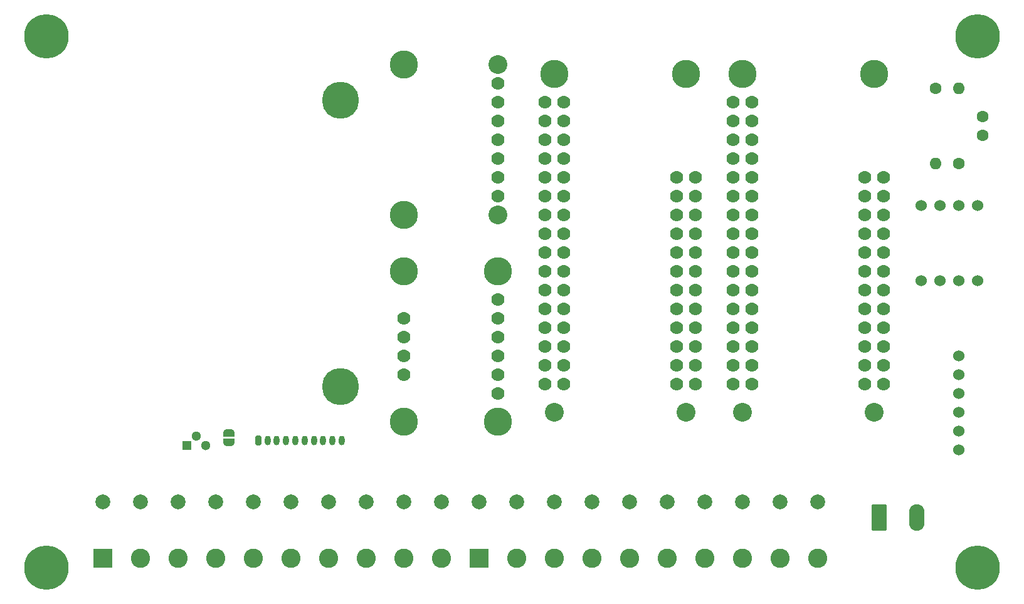
<source format=gbs>
G04 #@! TF.GenerationSoftware,KiCad,Pcbnew,7.0.5-0*
G04 #@! TF.CreationDate,2023-06-10T23:19:27+02:00*
G04 #@! TF.ProjectId,Cryologger AWS,4372796f-6c6f-4676-9765-72204157532e,rev?*
G04 #@! TF.SameCoordinates,Original*
G04 #@! TF.FileFunction,Soldermask,Bot*
G04 #@! TF.FilePolarity,Negative*
%FSLAX46Y46*%
G04 Gerber Fmt 4.6, Leading zero omitted, Abs format (unit mm)*
G04 Created by KiCad (PCBNEW 7.0.5-0) date 2023-06-10 23:19:27*
%MOMM*%
%LPD*%
G01*
G04 APERTURE LIST*
G04 Aperture macros list*
%AMRoundRect*
0 Rectangle with rounded corners*
0 $1 Rounding radius*
0 $2 $3 $4 $5 $6 $7 $8 $9 X,Y pos of 4 corners*
0 Add a 4 corners polygon primitive as box body*
4,1,4,$2,$3,$4,$5,$6,$7,$8,$9,$2,$3,0*
0 Add four circle primitives for the rounded corners*
1,1,$1+$1,$2,$3*
1,1,$1+$1,$4,$5*
1,1,$1+$1,$6,$7*
1,1,$1+$1,$8,$9*
0 Add four rect primitives between the rounded corners*
20,1,$1+$1,$2,$3,$4,$5,0*
20,1,$1+$1,$4,$5,$6,$7,0*
20,1,$1+$1,$6,$7,$8,$9,0*
20,1,$1+$1,$8,$9,$2,$3,0*%
%AMFreePoly0*
4,1,19,0.000000,0.744911,0.071157,0.744911,0.207708,0.704816,0.327430,0.627875,0.420627,0.520320,0.479746,0.390866,0.500000,0.250000,0.500000,-0.250000,0.479746,-0.390866,0.420627,-0.520320,0.327430,-0.627875,0.207708,-0.704816,0.071157,-0.744911,0.000000,-0.744911,0.000000,-0.750000,-0.500000,-0.750000,-0.500000,0.750000,0.000000,0.750000,0.000000,0.744911,0.000000,0.744911,
$1*%
%AMFreePoly1*
4,1,19,0.500000,-0.750000,0.000000,-0.750000,0.000000,-0.744911,-0.071157,-0.744911,-0.207708,-0.704816,-0.327430,-0.627875,-0.420627,-0.520320,-0.479746,-0.390866,-0.500000,-0.250000,-0.500000,0.250000,-0.479746,0.390866,-0.420627,0.520320,-0.327430,0.627875,-0.207708,0.704816,-0.071157,0.744911,0.000000,0.744911,0.000000,0.750000,0.500000,0.750000,0.500000,-0.750000,0.500000,-0.750000,
$1*%
G04 Aperture macros list end*
%ADD10FreePoly0,90.000000*%
%ADD11FreePoly1,90.000000*%
%ADD12C,6.000000*%
%ADD13C,4.999990*%
%ADD14RoundRect,0.249999X-0.790001X-1.550001X0.790001X-1.550001X0.790001X1.550001X-0.790001X1.550001X0*%
%ADD15O,2.080000X3.600000*%
%ADD16C,1.600000*%
%ADD17O,1.600000X1.600000*%
%ADD18C,1.524000*%
%ADD19R,2.600000X2.600000*%
%ADD20C,2.600000*%
%ADD21C,3.810000*%
%ADD22C,2.540000*%
%ADD23C,1.778000*%
%ADD24R,1.300000X1.300000*%
%ADD25C,1.300000*%
%ADD26C,2.000000*%
%ADD27RoundRect,0.200000X-0.200000X-0.450000X0.200000X-0.450000X0.200000X0.450000X-0.200000X0.450000X0*%
%ADD28O,0.800000X1.300000*%
G04 APERTURE END LIST*
D10*
X116078000Y-114524000D03*
D11*
X116078000Y-115824000D03*
D12*
X91440000Y-60960000D03*
X217170000Y-132715000D03*
X217170000Y-60960000D03*
X91440000Y-132715000D03*
D13*
X131110000Y-69550000D03*
X131110000Y-108250000D03*
D14*
X203835000Y-125984000D03*
D15*
X208915000Y-125984000D03*
D16*
X217805000Y-71795000D03*
X217805000Y-74295000D03*
X214630000Y-78105000D03*
D17*
X214630000Y-67945000D03*
D18*
X209550000Y-93980000D03*
X212090000Y-93980000D03*
X214630000Y-93980000D03*
X217170000Y-93980000D03*
D19*
X149860000Y-131445000D03*
D20*
X154940000Y-131445000D03*
X160020000Y-131445000D03*
X165100000Y-131445000D03*
X170180000Y-131445000D03*
X175260000Y-131445000D03*
X180340000Y-131445000D03*
X185420000Y-131445000D03*
X190500000Y-131445000D03*
X195580000Y-131445000D03*
D21*
X185420000Y-66040000D03*
D22*
X185420000Y-111760000D03*
D21*
X203200000Y-66040000D03*
D22*
X203200000Y-111760000D03*
D23*
X184150000Y-69850000D03*
X186690000Y-69850000D03*
X184150000Y-72390000D03*
X186690000Y-72390000D03*
X184150000Y-74930000D03*
X186690000Y-74930000D03*
X184150000Y-77470000D03*
X186690000Y-77470000D03*
X184150000Y-80010000D03*
X186690000Y-80010000D03*
X184150000Y-82550000D03*
X186690000Y-82550000D03*
X184150000Y-85090000D03*
X186690000Y-85090000D03*
X184150000Y-87630000D03*
X186690000Y-87630000D03*
X184150000Y-90170000D03*
X186690000Y-90170000D03*
X184150000Y-92710000D03*
X186690000Y-92710000D03*
X184150000Y-95250000D03*
X186690000Y-95250000D03*
X184150000Y-97790000D03*
X186690000Y-97790000D03*
X184150000Y-100330000D03*
X186690000Y-100330000D03*
X184150000Y-102870000D03*
X186690000Y-102870000D03*
X184150000Y-105410000D03*
X186690000Y-105410000D03*
X184150000Y-107950000D03*
X186690000Y-107950000D03*
X201930000Y-107950000D03*
X204470000Y-107950000D03*
X201930000Y-105410000D03*
X204470000Y-105410000D03*
X201930000Y-102870000D03*
X204470000Y-102870000D03*
X201930000Y-100330000D03*
X204470000Y-100330000D03*
X201930000Y-97790000D03*
X204470000Y-97790000D03*
X201930000Y-95250000D03*
X204470000Y-95250000D03*
X201930000Y-92710000D03*
X204470000Y-92710000D03*
X201930000Y-90170000D03*
X204470000Y-90170000D03*
X201930000Y-87630000D03*
X204470000Y-87630000D03*
X201930000Y-85090000D03*
X204470000Y-85090000D03*
X201930000Y-82550000D03*
X204470000Y-82550000D03*
X201930000Y-80010000D03*
X204470000Y-80010000D03*
D24*
X110363000Y-116205000D03*
D25*
X111633000Y-114935000D03*
X112903000Y-116205000D03*
D16*
X211455000Y-67945000D03*
D17*
X211455000Y-78105000D03*
D26*
X99060000Y-123849000D03*
X104140000Y-123849000D03*
X109220000Y-123849000D03*
X114300000Y-123849000D03*
X119380000Y-123849000D03*
X124460000Y-123849000D03*
X129540000Y-123849000D03*
X134620000Y-123849000D03*
X139700000Y-123849000D03*
X144780000Y-123849000D03*
X149860000Y-123849000D03*
X154940000Y-123849000D03*
X160020000Y-123849000D03*
X165100000Y-123849000D03*
X170180000Y-123849000D03*
X175260000Y-123849000D03*
X180340000Y-123849000D03*
X185420000Y-123849000D03*
X190500000Y-123849000D03*
X195580000Y-123849000D03*
D21*
X139700000Y-64770000D03*
X139700000Y-85090000D03*
D22*
X152400000Y-64770000D03*
X152400000Y-85090000D03*
D23*
X152400000Y-82550000D03*
X152400000Y-80010000D03*
X152400000Y-77470000D03*
X152400000Y-74930000D03*
X152400000Y-72390000D03*
X152400000Y-69850000D03*
X152400000Y-67310000D03*
D18*
X214630000Y-116840000D03*
X214630000Y-114300000D03*
X214630000Y-111760000D03*
X214630000Y-109220000D03*
X214630000Y-106680000D03*
X214630000Y-104140000D03*
D27*
X120022600Y-115570000D03*
D28*
X121272600Y-115570000D03*
X122522600Y-115570000D03*
X123772600Y-115570000D03*
X125022600Y-115570000D03*
X126272600Y-115570000D03*
X127522600Y-115570000D03*
X128772600Y-115570000D03*
X130022600Y-115570000D03*
X131272600Y-115570000D03*
D21*
X139700000Y-92710000D03*
D23*
X139700000Y-99060000D03*
X139700000Y-101600000D03*
X139700000Y-104140000D03*
X139700000Y-106680000D03*
D21*
X139700000Y-113030000D03*
X152400000Y-92710000D03*
X152400000Y-113030000D03*
D23*
X152400000Y-109220000D03*
X152400000Y-106680000D03*
X152400000Y-104140000D03*
X152400000Y-101600000D03*
X152400000Y-99060000D03*
X152400000Y-96520000D03*
D18*
X209550000Y-83820000D03*
X212090000Y-83820000D03*
X214630000Y-83820000D03*
X217170000Y-83820000D03*
D21*
X160020000Y-66040000D03*
D22*
X160020000Y-111760000D03*
D21*
X177800000Y-66040000D03*
D22*
X177800000Y-111760000D03*
D23*
X158750000Y-69850000D03*
X161290000Y-69850000D03*
X158750000Y-72390000D03*
X161290000Y-72390000D03*
X158750000Y-74930000D03*
X161290000Y-74930000D03*
X158750000Y-77470000D03*
X161290000Y-77470000D03*
X158750000Y-80010000D03*
X161290000Y-80010000D03*
X158750000Y-82550000D03*
X161290000Y-82550000D03*
X158750000Y-85090000D03*
X161290000Y-85090000D03*
X158750000Y-87630000D03*
X161290000Y-87630000D03*
X158750000Y-90170000D03*
X161290000Y-90170000D03*
X158750000Y-92710000D03*
X161290000Y-92710000D03*
X158750000Y-95250000D03*
X161290000Y-95250000D03*
X158750000Y-97790000D03*
X161290000Y-97790000D03*
X158750000Y-100330000D03*
X161290000Y-100330000D03*
X158750000Y-102870000D03*
X161290000Y-102870000D03*
X158750000Y-105410000D03*
X161290000Y-105410000D03*
X158750000Y-107950000D03*
X161290000Y-107950000D03*
X176530000Y-107950000D03*
X179070000Y-107950000D03*
X176530000Y-105410000D03*
X179070000Y-105410000D03*
X176530000Y-102870000D03*
X179070000Y-102870000D03*
X176530000Y-100330000D03*
X179070000Y-100330000D03*
X176530000Y-97790000D03*
X179070000Y-97790000D03*
X176530000Y-95250000D03*
X179070000Y-95250000D03*
X176530000Y-92710000D03*
X179070000Y-92710000D03*
X176530000Y-90170000D03*
X179070000Y-90170000D03*
X176530000Y-87630000D03*
X179070000Y-87630000D03*
X176530000Y-85090000D03*
X179070000Y-85090000D03*
X176530000Y-82550000D03*
X179070000Y-82550000D03*
X176530000Y-80010000D03*
X179070000Y-80010000D03*
D19*
X99060000Y-131445000D03*
D20*
X104140000Y-131445000D03*
X109220000Y-131445000D03*
X114300000Y-131445000D03*
X119380000Y-131445000D03*
X124460000Y-131445000D03*
X129540000Y-131445000D03*
X134620000Y-131445000D03*
X139700000Y-131445000D03*
X144780000Y-131445000D03*
M02*

</source>
